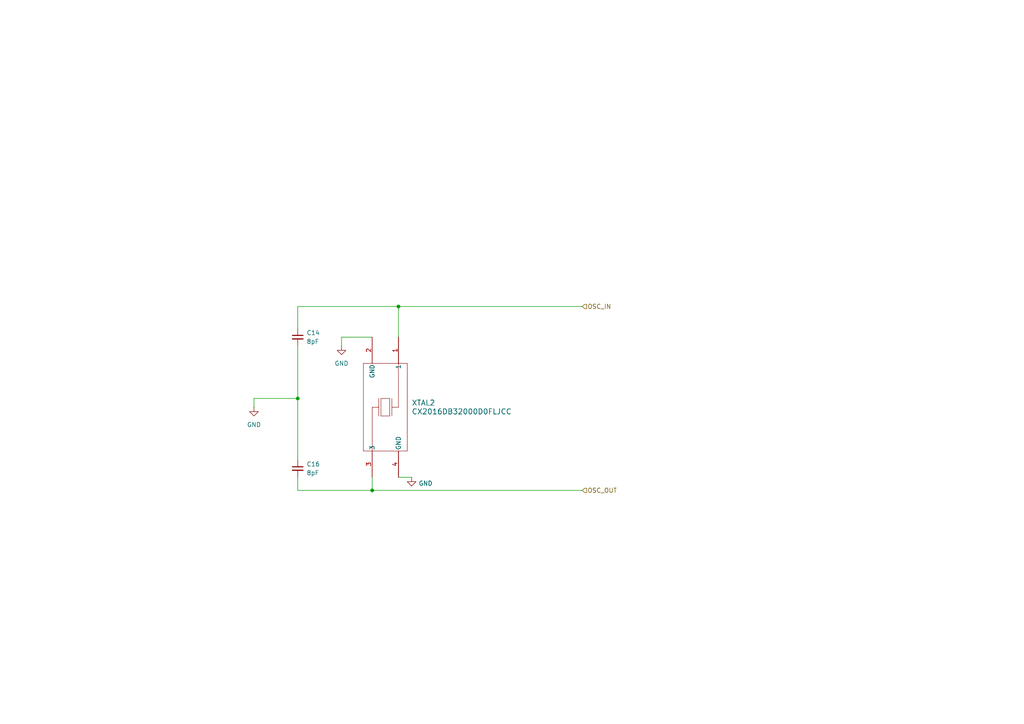
<source format=kicad_sch>
(kicad_sch (version 20250114) (generator "eeschema") (generator_version "9.0")
  (paper "A4")
  (lib_symbols
    (symbol "CX2016DB32000D0FLJCC:CX2016DB32000D0FLJCC" (pin_names (offset 0.254))
      (property "Reference" "XTAL" (at 20.32 7.62 0))
      (property "Value" "CX2016DB32000D0FLJCC" (at 20.32 5.08 0))
      (symbol "CX2016DB32000D0FLJCC_0_1"
        (polyline (pts (xy 7.62 2.54) (xy 7.62 -10.16)) (stroke (width 0.127)))
        (polyline (pts (xy 7.62 0) (xy 20.32 0)) (stroke (width 0.127)))
        (polyline (pts (xy 7.62 -10.16) (xy 33.02 -10.16)) (stroke (width 0.127)))
        (polyline (pts (xy 17.78 -1.905) (xy 22.86 -1.905)) (stroke (width 0.127)))
        (polyline (pts (xy 17.78 -2.54) (xy 22.86 -2.54)) (stroke (width 0.127)))
        (polyline (pts (xy 17.78 -5.08) (xy 17.78 -2.54)) (stroke (width 0.127)))
        (polyline (pts (xy 17.78 -5.715) (xy 22.86 -5.715)) (stroke (width 0.127)))
        (polyline (pts (xy 20.32 0) (xy 20.32 -1.905)) (stroke (width 0.127)))
        (polyline (pts (xy 20.32 -7.62) (xy 20.32 -5.715)) (stroke (width 0.127)))
        (polyline (pts (xy 20.32 -7.62) (xy 33.02 -7.62)) (stroke (width 0.127)))
        (polyline (pts (xy 22.86 -2.54) (xy 22.86 -5.08)) (stroke (width 0.127)))
        (polyline (pts (xy 22.86 -5.08) (xy 17.78 -5.08)) (stroke (width 0.127)))
        (polyline (pts (xy 33.02 2.54) (xy 7.62 2.54)) (stroke (width 0.127)))
        (polyline (pts (xy 33.02 -10.16) (xy 33.02 2.54)) (stroke (width 0.127)))
        (pin unspecified line (at 0 0 0) (length 7.62) (name "1") (number "1"))
        (pin power_out line (at 0 -7.62 0) (length 7.62) (name "GND") (number "2"))
        (pin power_out line (at 40.64 0 180) (length 7.62) (name "GND") (number "4"))
        (pin unspecified line (at 40.64 -7.62 180) (length 7.62) (name "3") (number "3"))
      )
    )
    (symbol "Device:C_Small" (pin_numbers (hide yes)) (pin_names (offset 0.254) (hide yes))
      (property "Reference" "C" (at 0.254 1.778 0))
      (property "Value" "C_Small" (at 0.254 -2.032 0))
      (symbol "C_Small_0_1"
        (polyline (pts (xy -1.524 0.508) (xy 1.524 0.508)) (stroke (width 0.3048)))
        (polyline (pts (xy -1.524 -0.508) (xy 1.524 -0.508)) (stroke (width 0.3302)))
      )
      (symbol "C_Small_1_1"
        (pin passive line (at 0 2.54 270) (length 2.032) (name "~") (number "1"))
        (pin passive line (at 0 -2.54 90) (length 2.032) (name "~") (number "2"))
      )
    )
    (symbol "power:GND" (power) (pin_numbers (hide yes)) (pin_names (offset 0) (hide yes))
      (property "Value" "GND" (at 0 -3.81 0))
      (symbol "GND_0_1"
        (polyline (pts (xy 0 0) (xy 0 -1.27) (xy 1.27 -1.27) (xy 0 -2.54) (xy -1.27 -1.27) (xy 0 -1.27)))
      )
      (symbol "GND_1_1"
        (pin power_in line (at 0 0 270) (length 0) (name "~") (number "1"))
      )
    )
  )
  (junction (at 107.95 142.24))
  (junction (at 86.36 115.57))
  (junction (at 115.57 88.9))
  (wire (pts (xy 115.57 88.9) (xy 168.91 88.9)))
  (wire (pts (xy 73.66 115.57) (xy 73.66 118.11)))
  (wire (pts (xy 115.57 97.79) (xy 115.57 88.9)))
  (wire (pts (xy 119.38 138.43) (xy 115.57 138.43)))
  (wire (pts (xy 107.95 142.24) (xy 168.91 142.24)))
  (wire (pts (xy 86.36 88.9) (xy 86.36 95.25)))
  (wire (pts (xy 86.36 142.24) (xy 107.95 142.24)))
  (wire (pts (xy 86.36 100.33) (xy 86.36 115.57)))
  (wire (pts (xy 99.06 97.79) (xy 99.06 100.33)))
  (wire (pts (xy 107.95 142.24) (xy 107.95 138.43)))
  (wire (pts (xy 86.36 138.43) (xy 86.36 142.24)))
  (wire (pts (xy 86.36 88.9) (xy 115.57 88.9)))
  (wire (pts (xy 86.36 115.57) (xy 86.36 133.35)))
  (wire (pts (xy 107.95 97.79) (xy 99.06 97.79)))
  (wire (pts (xy 86.36 115.57) (xy 73.66 115.57)))
  (hierarchical_label "OSC_IN" (shape input) (at 168.91 88.9 0))
  (hierarchical_label "OSC_OUT" (shape input) (at 168.91 142.24 0))
  (symbol (lib_id "power:GND") (at 73.66 118.11 0) (unit 1)
    (property "Reference" "#PWR021" (effects (hide yes)))
    (property "Value" "GND" (at 73.66 123.19 0))
    (property "Description" "Power symbol creates a global label with name \"GND\" , ground" (effects (hide yes)))
  )
  (symbol (lib_id "power:GND") (at 99.06 100.33 0) (unit 1)
    (property "Reference" "#PWR023" (effects (hide yes)))
    (property "Value" "GND" (at 99.06 105.41 0))
    (property "Description" "Power symbol creates a global label with name \"GND\" , ground" (effects (hide yes)))
  )
  (symbol (lib_id "power:GND") (at 119.38 138.43 0) (unit 1)
    (property "Reference" "#PWR022" (effects (hide yes)))
    (property "Value" "GND" (at 123.444 140.208 0))
    (property "Description" "Power symbol creates a global label with name \"GND\" , ground" (effects (hide yes)))
  )
  (symbol (lib_id "CX2016DB32000D0FLJCC:CX2016DB32000D0FLJCC") (at 115.57 97.79 270) (unit 1)
    (property "Reference" "XTAL2" (at 119.38 116.8399 90) (effects (font (size 1.524 1.524)) (justify left)))
    (property "Value" "CX2016DB32000D0FLJCC" (at 119.38 119.3799 90) (effects (font (size 1.524 1.524)) (justify left)))
    (property "Footprint" "xtal4_CX2016DB_AVX" (effects (hide yes)))
    (property "Datasheet" "CX2016DB32000D0FLJCC" (effects (hide yes)))
  )
  (symbol (lib_id "Device:C_Small") (at 86.36 135.89 0) (unit 1)
    (property "Reference" "C16" (at 88.9 134.6262 0) (effects (justify left)))
    (property "Value" "8pF" (at 88.9 137.1662 0) (effects (justify left)))
    (property "Description" "Unpolarized capacitor, small symbol" (effects (hide yes)))
  )
  (symbol (lib_id "Device:C_Small") (at 86.36 97.79 0) (unit 1)
    (property "Reference" "C14" (at 88.9 96.5262 0) (effects (justify left)))
    (property "Value" "8pF" (at 88.9 99.0662 0) (effects (justify left)))
    (property "Description" "Unpolarized capacitor, small symbol" (effects (hide yes)))
  )
)
</source>
